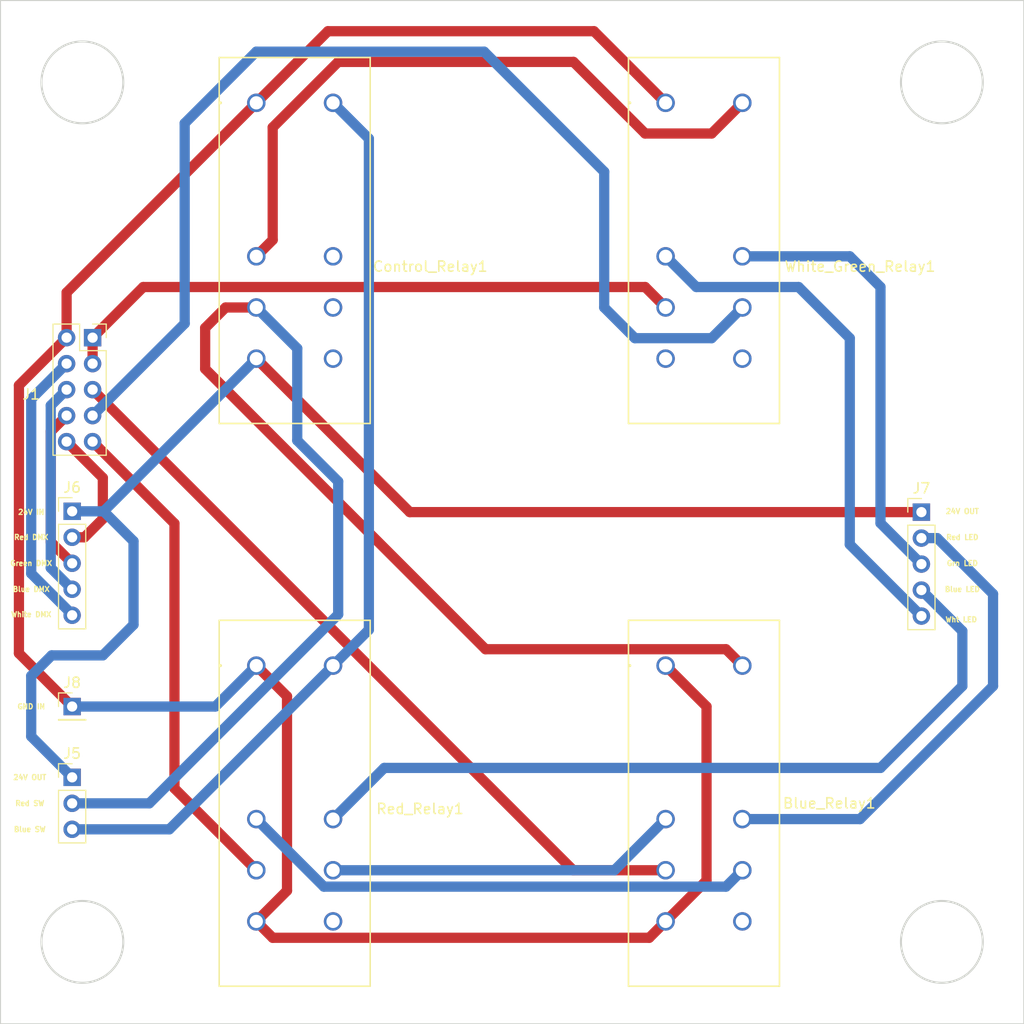
<source format=kicad_pcb>
(kicad_pcb (version 20211014) (generator pcbnew)
  (layers (0 "F.Cu" signal) (31 "B.Cu" signal) (34 "B.Paste" user) (35 "F.Paste" user) (36 "B.SilkS" user "B.Silkscreen") (37 "F.SilkS" user "F.Silkscreen") (38 "B.Mask" user) (39 "F.Mask" user) (44 "Edge.Cuts" user))
  (net 0 "")
  (net 1 "GND")
  (net 2 "RedLED")
  (net 3 "RedDMX")
  (net 4 "RedSwitch")
  (net 5 "WhiteLED")
  (net 6 "WhiteDMX")
  (net 7 "BlueLED")
  (net 8 "BlueDMX")
  (net 9 "BlueSwitch")
  (net 10 "+24V")
  (net 11 "GreenDMX")
  (net 12 "GreenLED")
  (net 13 "Net-(Blue_Relay1-Pad6)")
  (net 15 "BlueSource")
  (net 16 "Net-(Blue_Relay1-Pad13)")
  (net 20 "Net-(Control_Relay1-Pad13)")
  (net 22 "RedSource")
  (net 23 "GreenSource")
  (net 26 "WhiteSource")
  (footprint "footprints:CONN8_P2R-08P_OMR" (layer "F.Cu") (at 125 70)
    (fp_text reference "White_Green_Relay1" (at 19 16 unlocked) (layer "F.SilkS"))
    (fp_text value "G5V-2")
    (fp_line (start -3.6287 31.3362) (end 11.1287 31.3362) (layer "F.SilkS") (width 0.1524))
    (fp_line (start 11.1287 31.3362) (end 11.1287 -4.427) (layer "F.SilkS") (width 0.1524))
    (fp_line (start -3.6287 -4.427) (end -3.6287 31.3362) (layer "F.SilkS") (width 0.1524))
    (fp_line (start 11.1287 -4.427) (end -3.6287 -4.427) (layer "F.SilkS") (width 0.1524))
    (fp_circle (center -3.5033 0) (end -3.4271 0) (layer "F.SilkS") (width 0.1524) (fill none))
    (pad "1" thru_hole circle (at 7.5 0) (size 1.8034 1.8034) (drill 1.2954) (layers *.Cu *.Mask) (net 20 "Net-(Control_Relay1-Pad13)"))
    (pad "4" thru_hole circle (at 7.5 15) (size 1.8034 1.8034) (drill 1.2954) (layers *.Cu *.Mask) (net 12 "GreenLED"))
    (pad "6" thru_hole circle (at 7.5 20) (size 1.8034 1.8034) (drill 1.2954) (layers *.Cu *.Mask) (net 23 "GreenSource"))
    (pad "8" thru_hole circle (at 7.5 25) (size 1.8034 1.8034) (drill 1.2954) (layers *.Cu *.Mask))
    (pad "9" thru_hole circle (at 0 25) (size 1.8034 1.8034) (drill 1.2954) (layers *.Cu *.Mask))
    (pad "11" thru_hole circle (at 0 20) (size 1.8034 1.8034) (drill 1.2954) (layers *.Cu *.Mask) (net 26 "WhiteSource"))
    (pad "13" thru_hole circle (at 0 15) (size 1.8034 1.8034) (drill 1.2954) (layers *.Cu *.Mask) (net 5 "WhiteLED"))
    (pad "16" thru_hole circle (at 0 0) (size 1.8034 1.8034) (drill 1.2954) (layers *.Cu *.Mask) (net 1 "GND"))
  )
  (footprint "footprints:CONN8_P2R-08P_OMR" (layer "F.Cu") (at 85 125)
    (fp_text reference "Red_Relay1" (at 16 14 unlocked) (layer "F.SilkS"))
    (fp_text value "G5V-2")
    (fp_line (start 11.1287 31.3362) (end 11.1287 -4.427) (layer "F.SilkS") (width 0.1524))
    (fp_line (start -3.6287 31.3362) (end 11.1287 31.3362) (layer "F.SilkS") (width 0.1524))
    (fp_line (start 11.1287 -4.427) (end -3.6287 -4.427) (layer "F.SilkS") (width 0.1524))
    (fp_line (start -3.6287 -4.427) (end -3.6287 31.3362) (layer "F.SilkS") (width 0.1524))
    (fp_circle (center -3.5033 0) (end -3.4271 0) (layer "F.SilkS") (width 0.1524) (fill none))
    (pad "1" thru_hole circle (at 7.5 0) (size 1.8034 1.8034) (drill 1.2954) (layers *.Cu *.Mask) (net 4 "RedSwitch"))
    (pad "4" thru_hole circle (at 7.5 15) (size 1.8034 1.8034) (drill 1.2954) (layers *.Cu *.Mask) (net 7 "BlueLED"))
    (pad "6" thru_hole circle (at 7.5 20) (size 1.8034 1.8034) (drill 1.2954) (layers *.Cu *.Mask) (net 16 "Net-(Blue_Relay1-Pad13)"))
    (pad "8" thru_hole circle (at 7.5 25) (size 1.8034 1.8034) (drill 1.2954) (layers *.Cu *.Mask))
    (pad "9" thru_hole circle (at 0 25) (size 1.8034 1.8034) (drill 1.2954) (layers *.Cu *.Mask) (net 1 "GND"))
    (pad "11" thru_hole circle (at 0 20) (size 1.8034 1.8034) (drill 1.2954) (layers *.Cu *.Mask) (net 22 "RedSource"))
    (pad "13" thru_hole circle (at 0 15) (size 1.8034 1.8034) (drill 1.2954) (layers *.Cu *.Mask) (net 13 "Net-(Blue_Relay1-Pad6)"))
    (pad "16" thru_hole circle (at 0 0) (size 1.8034 1.8034) (drill 1.2954) (layers *.Cu *.Mask) (net 1 "GND"))
  )
  (footprint "footprints:CONN8_P2R-08P_OMR" (layer "F.Cu") (at 125 125)
    (fp_text reference "Blue_Relay1" (at 16 13.4546 unlocked) (layer "F.SilkS"))
    (fp_text value "G5V-2")
    (fp_line (start -3.6287 31.3362) (end 11.1287 31.3362) (layer "F.SilkS") (width 0.1524))
    (fp_line (start -3.6287 -4.427) (end -3.6287 31.3362) (layer "F.SilkS") (width 0.1524))
    (fp_line (start 11.1287 31.3362) (end 11.1287 -4.427) (layer "F.SilkS") (width 0.1524))
    (fp_line (start 11.1287 -4.427) (end -3.6287 -4.427) (layer "F.SilkS") (width 0.1524))
    (fp_circle (center -3.5033 0) (end -3.4271 0) (layer "F.SilkS") (width 0.1524) (fill none))
    (pad "1" thru_hole circle (at 7.5 0) (size 1.8034 1.8034) (drill 1.2954) (layers *.Cu *.Mask) (net 9 "BlueSwitch"))
    (pad "4" thru_hole circle (at 7.5 15) (size 1.8034 1.8034) (drill 1.2954) (layers *.Cu *.Mask) (net 2 "RedLED"))
    (pad "6" thru_hole circle (at 7.5 20) (size 1.8034 1.8034) (drill 1.2954) (layers *.Cu *.Mask) (net 13 "Net-(Blue_Relay1-Pad6)"))
    (pad "8" thru_hole circle (at 7.5 25) (size 1.8034 1.8034) (drill 1.2954) (layers *.Cu *.Mask))
    (pad "9" thru_hole circle (at 0 25) (size 1.8034 1.8034) (drill 1.2954) (layers *.Cu *.Mask) (net 1 "GND"))
    (pad "11" thru_hole circle (at 0 20) (size 1.8034 1.8034) (drill 1.2954) (layers *.Cu *.Mask) (net 15 "BlueSource"))
    (pad "13" thru_hole circle (at 0 15) (size 1.8034 1.8034) (drill 1.2954) (layers *.Cu *.Mask) (net 16 "Net-(Blue_Relay1-Pad13)"))
    (pad "16" thru_hole circle (at 0 0) (size 1.8034 1.8034) (drill 1.2954) (layers *.Cu *.Mask) (net 1 "GND"))
  )
  (footprint "Connector_PinSocket_2.54mm:PinSocket_2x05_P2.54mm_Vertical" (layer "F.Cu") (at 69 92.95)
    (fp_text reference "J1" (at -6 5.54) (layer "F.SilkS"))
    (fp_text value "Jumpers")
    (fp_line (start 0 -1.33) (end 1.33 -1.33) (layer "F.SilkS") (width 0.12))
    (fp_line (start -3.87 -1.33) (end -1.27 -1.33) (layer "F.SilkS") (width 0.12))
    (fp_line (start 1.33 1.27) (end 1.33 11.49) (layer "F.SilkS") (width 0.12))
    (fp_line (start 1.33 -1.33) (end 1.33 0) (layer "F.SilkS") (width 0.12))
    (fp_line (start -1.27 -1.33) (end -1.27 1.27) (layer "F.SilkS") (width 0.12))
    (fp_line (start -3.87 -1.33) (end -3.87 11.49) (layer "F.SilkS") (width 0.12))
    (fp_line (start -3.87 11.49) (end 1.33 11.49) (layer "F.SilkS") (width 0.12))
    (fp_line (start -1.27 1.27) (end 1.33 1.27) (layer "F.SilkS") (width 0.12))
    (pad "1a" thru_hole oval (at -2.54 0) (size 1.7 1.7) (drill 1) (layers *.Cu *.Mask) (net 1 "GND"))
    (pad "1b" thru_hole rect (at 0 0) (size 1.7 1.7) (drill 1) (layers *.Cu *.Mask) (net 26 "WhiteSource"))
    (pad "2a" thru_hole oval (at -2.54 2.54) (size 1.7 1.7) (drill 1) (layers *.Cu *.Mask) (net 6 "WhiteDMX"))
    (pad "2b" thru_hole oval (at 0 2.54) (size 1.7 1.7) (drill 1) (layers *.Cu *.Mask) (net 26 "WhiteSource"))
    (pad "3a" thru_hole oval (at -2.54 5.08) (size 1.7 1.7) (drill 1) (layers *.Cu *.Mask) (net 8 "BlueDMX"))
    (pad "3b" thru_hole oval (at 0 5.08) (size 1.7 1.7) (drill 1) (layers *.Cu *.Mask) (net 15 "BlueSource"))
    (pad "4a" thru_hole oval (at -2.54 7.62) (size 1.7 1.7) (drill 1) (layers *.Cu *.Mask) (net 11 "GreenDMX"))
    (pad "4b" thru_hole oval (at 0 7.62) (size 1.7 1.7) (drill 1) (layers *.Cu *.Mask) (net 23 "GreenSource"))
    (pad "5a" thru_hole oval (at -2.54 10.16) (size 1.7 1.7) (drill 1) (layers *.Cu *.Mask) (net 3 "RedDMX"))
    (pad "5b" thru_hole oval (at 0 10.16) (size 1.7 1.7) (drill 1) (layers *.Cu *.Mask) (net 22 "RedSource"))
  )
  (footprint "Connector_PinHeader_2.54mm:PinHeader_1x05_P2.54mm_Vertical" (layer "F.Cu") (at 150 110)
    (fp_text reference "J7" (at 0 -2.33) (layer "F.SilkS"))
    (fp_text value "LEDOUTPUTS")
    (fp_line (start -1.33 11.49) (end 1.33 11.49) (layer "F.SilkS") (width 0.12))
    (fp_line (start -1.33 1.27) (end -1.33 11.49) (layer "F.SilkS") (width 0.12))
    (fp_line (start -1.33 0) (end -1.33 -1.33) (layer "F.SilkS") (width 0.12))
    (fp_line (start -1.33 -1.33) (end 0 -1.33) (layer "F.SilkS") (width 0.12))
    (fp_line (start -1.33 1.27) (end 1.33 1.27) (layer "F.SilkS") (width 0.12))
    (fp_line (start 1.33 1.27) (end 1.33 11.49) (layer "F.SilkS") (width 0.12))
    (pad "1" thru_hole rect (at 0 0) (size 1.7 1.7) (drill 1) (layers *.Cu *.Mask) (net 10 "+24V"))
    (pad "2" thru_hole oval (at 0 2.54) (size 1.7 1.7) (drill 1) (layers *.Cu *.Mask) (net 2 "RedLED"))
    (pad "3" thru_hole oval (at 0 5.08) (size 1.7 1.7) (drill 1) (layers *.Cu *.Mask) (net 12 "GreenLED"))
    (pad "4" thru_hole oval (at 0 7.62) (size 1.7 1.7) (drill 1) (layers *.Cu *.Mask) (net 7 "BlueLED"))
    (pad "5" thru_hole oval (at 0 10.16) (size 1.7 1.7) (drill 1) (layers *.Cu *.Mask) (net 5 "WhiteLED"))
  )
  (footprint "Connector_PinHeader_2.54mm:PinHeader_1x03_P2.54mm_Vertical" (layer "F.Cu") (at 67 135.92)
    (fp_text reference "J5" (at 0 -2.33) (layer "F.SilkS"))
    (fp_text value "SWITCHCONNECTOR")
    (fp_line (start -1.33 -1.33) (end 0 -1.33) (layer "F.SilkS") (width 0.12))
    (fp_line (start 1.33 1.27) (end 1.33 6.41) (layer "F.SilkS") (width 0.12))
    (fp_line (start -1.33 6.41) (end 1.33 6.41) (layer "F.SilkS") (width 0.12))
    (fp_line (start -1.33 1.27) (end -1.33 6.41) (layer "F.SilkS") (width 0.12))
    (fp_line (start -1.33 1.27) (end 1.33 1.27) (layer "F.SilkS") (width 0.12))
    (fp_line (start -1.33 0) (end -1.33 -1.33) (layer "F.SilkS") (width 0.12))
    (pad "1" thru_hole rect (at 0 0) (size 1.7 1.7) (drill 1) (layers *.Cu *.Mask) (net 10 "+24V"))
    (pad "2" thru_hole oval (at 0 2.54) (size 1.7 1.7) (drill 1) (layers *.Cu *.Mask) (net 9 "BlueSwitch"))
    (pad "3" thru_hole oval (at 0 5.08) (size 1.7 1.7) (drill 1) (layers *.Cu *.Mask) (net 4 "RedSwitch"))
  )
  (footprint "footprints:CONN8_P2R-08P_OMR" (layer "F.Cu") (at 85 70)
    (fp_text reference "Control_Relay1" (at 17 16 unlocked) (layer "F.SilkS"))
    (fp_text value "G5V-2")
    (fp_line (start 11.1287 -4.427) (end -3.6287 -4.427) (layer "F.SilkS") (width 0.1524))
    (fp_line (start 11.1287 31.3362) (end 11.1287 -4.427) (layer "F.SilkS") (width 0.1524))
    (fp_line (start -3.6287 31.3362) (end 11.1287 31.3362) (layer "F.SilkS") (width 0.1524))
    (fp_line (start -3.6287 -4.427) (end -3.6287 31.3362) (layer "F.SilkS") (width 0.1524))
    (fp_circle (center -3.5033 0) (end -3.4271 0) (layer "F.SilkS") (width 0.1524) (fill none))
    (pad "1" thru_hole circle (at 7.5 0) (size 1.8034 1.8034) (drill 1.2954) (layers *.Cu *.Mask) (net 4 "RedSwitch"))
    (pad "4" thru_hole circle (at 7.5 15) (size 1.8034 1.8034) (drill 1.2954) (layers *.Cu *.Mask))
    (pad "6" thru_hole circle (at 7.5 20) (size 1.8034 1.8034) (drill 1.2954) (layers *.Cu *.Mask))
    (pad "8" thru_hole circle (at 7.5 25) (size 1.8034 1.8034) (drill 1.2954) (layers *.Cu *.Mask))
    (pad "9" thru_hole circle (at 0 25) (size 1.8034 1.8034) (drill 1.2954) (layers *.Cu *.Mask) (net 10 "+24V"))
    (pad "11" thru_hole circle (at 0 20) (size 1.8034 1.8034) (drill 1.2954) (layers *.Cu *.Mask) (net 9 "BlueSwitch"))
    (pad "13" thru_hole circle (at 0 15) (size 1.8034 1.8034) (drill 1.2954) (layers *.Cu *.Mask) (net 20 "Net-(Control_Relay1-Pad13)"))
    (pad "16" thru_hole circle (at 0 0) (size 1.8034 1.8034) (drill 1.2954) (layers *.Cu *.Mask) (net 1 "GND"))
  )
  (footprint "Connector_PinHeader_2.54mm:PinHeader_1x01_P2.54mm_Vertical" (layer "F.Cu") (at 67 129)
    (fp_text reference "J8" (at 0 -2.33) (layer "F.SilkS"))
    (fp_text value "Conn_01x01")
    (fp_line (start -1.33 1.27) (end 1.33 1.27) (layer "F.SilkS") (width 0.12))
    (fp_line (start -1.33 -1.33) (end 0 -1.33) (layer "F.SilkS") (width 0.12))
    (fp_line (start -1.33 1.33) (end 1.33 1.33) (layer "F.SilkS") (width 0.12))
    (fp_line (start 1.33 1.27) (end 1.33 1.33) (layer "F.SilkS") (width 0.12))
    (fp_line (start -1.33 1.27) (end -1.33 1.33) (layer "F.SilkS") (width 0.12))
    (fp_line (start -1.33 0) (end -1.33 -1.33) (layer "F.SilkS") (width 0.12))
    (pad "1" thru_hole rect (at 0 0) (size 1.7 1.7) (drill 1) (layers *.Cu *.Mask) (net 1 "GND"))
  )
  (footprint "Connector_PinHeader_2.54mm:PinHeader_1x05_P2.54mm_Vertical" (layer "F.Cu") (at 67 109.92)
    (fp_text reference "J6" (at 0 -2.33) (layer "F.SilkS"))
    (fp_text value "DMXINPUTS")
    (fp_line (start 1.33 1.27) (end 1.33 11.49) (layer "F.SilkS") (width 0.12))
    (fp_line (start -1.33 11.49) (end 1.33 11.49) (layer "F.SilkS") (width 0.12))
    (fp_line (start -1.33 1.27) (end 1.33 1.27) (layer "F.SilkS") (width 0.12))
    (fp_line (start -1.33 0) (end -1.33 -1.33) (layer "F.SilkS") (width 0.12))
    (fp_line (start -1.33 -1.33) (end 0 -1.33) (layer "F.SilkS") (width 0.12))
    (fp_line (start -1.33 1.27) (end -1.33 11.49) (layer "F.SilkS") (width 0.12))
    (pad "1" thru_hole rect (at 0 0) (size 1.7 1.7) (drill 1) (layers *.Cu *.Mask) (net 10 "+24V"))
    (pad "2" thru_hole oval (at 0 2.54) (size 1.7 1.7) (drill 1) (layers *.Cu *.Mask) (net 3 "RedDMX"))
    (pad "3" thru_hole oval (at 0 5.08) (size 1.7 1.7) (drill 1) (layers *.Cu *.Mask) (net 11 "GreenDMX"))
    (pad "4" thru_hole oval (at 0 7.62) (size 1.7 1.7) (drill 1) (layers *.Cu *.Mask) (net 8 "BlueDMX"))
    (pad "5" thru_hole oval (at 0 10.16) (size 1.7 1.7) (drill 1) (layers *.Cu *.Mask) (net 6 "WhiteDMX"))
  )
  (gr_rect (start 60 60) (end 160 160) (layer "Edge.Cuts") (width 0.1) (fill none))
  (gr_circle (center 68 152) (end 72 152) (layer "Edge.Cuts") (width 0.2) (fill none))
  (gr_circle (center 68 68) (end 72 68) (layer "Edge.Cuts") (width 0.2) (fill none))
  (gr_circle (center 152 152) (end 156 152) (layer "Edge.Cuts") (width 0.2) (fill none))
  (gr_circle (center 152 68) (end 156 68) (layer "Edge.Cuts") (width 0.2) (fill none))
  (gr_text "Green DMX\n" (at 63 115) (layer "F.SilkS") (effects (font (size 0.5 0.5) (thickness 0.125))))
  (gr_text "Blue SW" (at 62.865 141) (layer "F.SilkS") (effects (font (size 0.5 0.5) (thickness 0.125))))
  (gr_text "Red DMX" (at 63 112.455) (layer "F.SilkS") (effects (font (size 0.5 0.5) (thickness 0.125))))
  (gr_text "White DMX\n" (at 63 120) (layer "F.SilkS") (effects (font (size 0.5 0.5) (thickness 0.125))))
  (gr_text "Blue LED" (at 154 117.54) (layer "F.SilkS") (effects (font (size 0.5 0.5) (thickness 0.125))))
  (gr_text "24V OUT" (at 62.865 135.92) (layer "F.SilkS") (effects (font (size 0.5 0.5) (thickness 0.125))))
  (gr_text "Grn LED" (at 154 115) (layer "F.SilkS") (effects (font (size 0.5 0.5) (thickness 0.125))))
  (gr_text "Red SW\n" (at 62.865 138.46) (layer "F.SilkS") (effects (font (size 0.5 0.5) (thickness 0.125))))
  (gr_text "Wht LED\n" (at 153.892946 120.503767) (layer "F.SilkS") (effects (font (size 0.5 0.5) (thickness 0.125))))
  (gr_text "Blue DMX\n" (at 63 117.535) (layer "F.SilkS") (effects (font (size 0.5 0.5) (thickness 0.125))))
  (gr_text "24V OUT" (at 154 109.92) (layer "F.SilkS") (effects (font (size 0.5 0.5) (thickness 0.125))))
  (gr_text "Red LED\n" (at 154 112.46) (layer "F.SilkS") (effects (font (size 0.5 0.5) (thickness 0.125))))
  (gr_text "24V IN\n" (at 63 110) (layer "F.SilkS") (effects (font (size 0.5 0.5) (thickness 0.125))))
  (gr_text "GND IN" (at 63 129) (layer "F.SilkS") (effects (font (size 0.5 0.5) (thickness 0.125))))
  (segment (start 61.80048 123.80048) (end 61.80048 97.60952) (width 1) (layer "F.Cu") (net 1))
  (segment (start 88 128) (end 88 147) (width 1) (layer "F.Cu") (net 1))
  (segment (start 85 70) (end 66.46 88.54) (width 1) (layer "F.Cu") (net 1))
  (segment (start 129 129) (end 125 125) (width 1) (layer "F.Cu") (net 1))
  (segment (start 61.80048 97.60952) (end 66.46 92.95) (width 1) (layer "F.Cu") (net 1))
  (segment (start 66.46 88.54) (end 66.46 92.95) (width 1) (layer "F.Cu") (net 1))
  (segment (start 85 150) (end 86.601211 151.601211) (width 1) (layer "F.Cu") (net 1))
  (segment (start 86.601211 151.601211) (end 123.398789 151.601211) (width 1) (layer "F.Cu") (net 1))
  (segment (start 125 150) (end 129 146) (width 1) (layer "F.Cu") (net 1))
  (segment (start 118 63) (end 125 70) (width 1) (layer "F.Cu") (net 1))
  (segment (start 129 146) (end 129 129) (width 1) (layer "F.Cu") (net 1))
  (segment (start 67 129) (end 61.80048 123.80048) (width 1) (layer "F.Cu") (net 1))
  (segment (start 88 147) (end 85 150) (width 1) (layer "F.Cu") (net 1))
  (segment (start 123.398789 151.601211) (end 125 150) (width 1) (layer "F.Cu") (net 1))
  (segment (start 85 125) (end 88 128) (width 1) (layer "F.Cu") (net 1))
  (segment (start 85 70) (end 92 63) (width 1) (layer "F.Cu") (net 1))
  (segment (start 92 63) (end 118 63) (width 1) (layer "F.Cu") (net 1))
  (segment (start 81 129) (end 85 125) (width 1) (layer "B.Cu") (net 1))
  (segment (start 67 129) (end 81 129) (width 1) (layer "B.Cu") (net 1))
  (segment (start 132.5 140) (end 144 140) (width 1) (layer "B.Cu") (net 2))
  (segment (start 151.54 112.54) (end 150 112.54) (width 1) (layer "B.Cu") (net 2))
  (segment (start 157 127) (end 157 118) (width 1) (layer "B.Cu") (net 2))
  (segment (start 144 140) (end 157 127) (width 1) (layer "B.Cu") (net 2))
  (segment (start 157 118) (end 151.54 112.54) (width 1) (layer "B.Cu") (net 2))
  (segment (start 68.202081 112.46) (end 67 112.46) (width 1) (layer "F.Cu") (net 3))
  (segment (start 66.46 103.11) (end 70 106.65) (width 1) (layer "F.Cu") (net 3))
  (segment (start 70 106.65) (end 70 110.662081) (width 1) (layer "F.Cu") (net 3))
  (segment (start 70 110.662081) (end 68.202081 112.46) (width 1) (layer "F.Cu") (net 3))
  (segment (start 76.5 141) (end 92.5 125) (width 1) (layer "B.Cu") (net 4))
  (segment (start 96 121.5) (end 92.5 125) (width 1) (layer "B.Cu") (net 4))
  (segment (start 96 73.5) (end 96 121.5) (width 1) (layer "B.Cu") (net 4))
  (segment (start 92.5 70) (end 96 73.5) (width 1) (layer "B.Cu") (net 4))
  (segment (start 67 141) (end 76.5 141) (width 1) (layer "B.Cu") (net 4))
  (segment (start 128 88) (end 125 85) (width 1) (layer "B.Cu") (net 5))
  (segment (start 143 93) (end 138 88) (width 1) (layer "B.Cu") (net 5))
  (segment (start 138 88) (end 128 88) (width 1) (layer "B.Cu") (net 5))
  (segment (start 150 120.16) (end 143 113.16) (width 1) (layer "B.Cu") (net 5))
  (segment (start 143 113.16) (end 143 93) (width 1) (layer "B.Cu") (net 5))
  (segment (start 63 116) (end 63 98.95) (width 1) (layer "B.Cu") (net 6))
  (segment (start 67 120) (end 63 116) (width 1) (layer "B.Cu") (net 6))
  (segment (start 67 120.08) (end 67 120) (width 1) (layer "B.Cu") (net 6))
  (segment (start 63 98.95) (end 66.46 95.49) (width 1) (layer "B.Cu") (net 6))
  (segment (start 146 135) (end 154 127) (width 1) (layer "B.Cu") (net 7))
  (segment (start 154 127) (end 154 121.62) (width 1) (layer "B.Cu") (net 7))
  (segment (start 97.5 135) (end 146 135) (width 1) (layer "B.Cu") (net 7))
  (segment (start 92.5 140) (end 97.5 135) (width 1) (layer "B.Cu") (net 7))
  (segment (start 154 121.62) (end 150 117.62) (width 1) (layer "B.Cu") (net 7))
  (segment (start 64.910489 115.450489) (end 64.910489 99.579511) (width 1) (layer "B.Cu") (net 8))
  (segment (start 64.910489 99.579511) (end 66.46 98.03) (width 1) (layer "B.Cu") (net 8))
  (segment (start 67 117.54) (end 64.910489 115.450489) (width 1) (layer "B.Cu") (net 8))
  (segment (start 107.398789 123.398789) (end 80 96) (width 1) (layer "F.Cu") (net 9))
  (segment (start 82 90) (end 85 90) (width 1) (layer "F.Cu") (net 9))
  (segment (start 130.898789 123.398789) (end 107.398789 123.398789) (width 1) (layer "F.Cu") (net 9))
  (segment (start 80 92) (end 82 90) (width 1) (layer "F.Cu") (net 9))
  (segment (start 132.5 125) (end 130.898789 123.398789) (width 1) (layer "F.Cu") (net 9))
  (segment (start 80 96) (end 80 92) (width 1) (layer "F.Cu") (net 9))
  (segment (start 93 120) (end 74.54 138.46) (width 1) (layer "B.Cu") (net 9))
  (segment (start 89 94) (end 89 103) (width 1) (layer "B.Cu") (net 9))
  (segment (start 85 90) (end 89 94) (width 1) (layer "B.Cu") (net 9))
  (segment (start 74.54 138.46) (end 67 138.46) (width 1) (layer "B.Cu") (net 9))
  (segment (start 89 103) (end 93 107) (width 1) (layer "B.Cu") (net 9))
  (segment (start 93 107) (end 93 120) (width 1) (layer "B.Cu") (net 9))
  (segment (start 100 110) (end 150 110) (width 1) (layer "F.Cu") (net 10))
  (segment (start 85 95) (end 100 110) (width 1) (layer "F.Cu") (net 10))
  (segment (start 65 124) (end 70 124) (width 1) (layer "B.Cu") (net 10))
  (segment (start 70 124) (end 73 121) (width 1) (layer "B.Cu") (net 10))
  (segment (start 63 131.92) (end 63 126) (width 1) (layer "B.Cu") (net 10))
  (segment (start 70.08 109.92) (end 67 109.92) (width 1) (layer "B.Cu") (net 10))
  (segment (start 73 112.84) (end 70.08 109.92) (width 1) (layer "B.Cu") (net 10))
  (segment (start 63 126) (end 65 124) (width 1) (layer "B.Cu") (net 10))
  (segment (start 70.08 109.92) (end 85 95) (width 1) (layer "B.Cu") (net 10))
  (segment (start 73 121) (end 73 112.84) (width 1) (layer "B.Cu") (net 10))
  (segment (start 67 135.92) (end 63 131.92) (width 1) (layer "B.Cu") (net 10))
  (segment (start 64.910489 112.910489) (end 64.910489 102.119511) (width 1) (layer "F.Cu") (net 11))
  (segment (start 67 115) (end 64.910489 112.910489) (width 1) (layer "F.Cu") (net 11))
  (segment (start 64.910489 102.119511) (end 66.46 100.57) (width 1) (layer "F.Cu") (net 11))
  (segment (start 132.5 85) (end 143 85) (width 1) (layer "B.Cu") (net 12))
  (segment (start 146 88) (end 146 111.08) (width 1) (layer "B.Cu") (net 12))
  (segment (start 146 111.08) (end 150 115.08) (width 1) (layer "B.Cu") (net 12))
  (segment (start 143 85) (end 146 88) (width 1) (layer "B.Cu") (net 12))
  (segment (start 132.5 145) (end 130.898789 146.601211) (width 1) (layer "B.Cu") (net 13))
  (segment (start 130.898789 146.601211) (end 91.601211 146.601211) (width 1) (layer "B.Cu") (net 13))
  (segment (start 91.601211 146.601211) (end 85 140) (width 1) (layer "B.Cu") (net 13))
  (segment (start 125 145) (end 115.97 145) (width 1) (layer "F.Cu") (net 15))
  (segment (start 115.97 145) (end 69 98.03) (width 1) (layer "F.Cu") (net 15))
  (segment (start 120 145) (end 125 140) (width 1) (layer "B.Cu") (net 16))
  (segment (start 92.5 145) (end 120 145) (width 1) (layer "B.Cu") (net 16))
  (segment (start 129.5 73) (end 132.5 70) (width 1) (layer "F.Cu") (net 20))
  (segment (start 86.601211 72.398789) (end 93 66) (width 1) (layer "F.Cu") (net 20))
  (segment (start 116 66) (end 123 73) (width 1) (layer "F.Cu") (net 20))
  (segment (start 86.601211 83.398789) (end 86.601211 72.398789) (width 1) (layer "F.Cu") (net 20))
  (segment (start 85 85) (end 86.601211 83.398789) (width 1) (layer "F.Cu") (net 20))
  (segment (start 93 66) (end 116 66) (width 1) (layer "F.Cu") (net 20))
  (segment (start 123 73) (end 129.5 73) (width 1) (layer "F.Cu") (net 20))
  (segment (start 85 145) (end 77 137) (width 1) (layer "F.Cu") (net 22))
  (segment (start 77 137) (end 77 111.11) (width 1) (layer "F.Cu") (net 22))
  (segment (start 77 111.11) (end 69 103.11) (width 1) (layer "F.Cu") (net 22))
  (segment (start 78 91.57) (end 78 72) (width 1) (layer "B.Cu") (net 23))
  (segment (start 119 90) (end 122 93) (width 1) (layer "B.Cu") (net 23))
  (segment (start 69 100.57) (end 78 91.57) (width 1) (layer "B.Cu") (net 23))
  (segment (start 119 76.735545) (end 119 90) (width 1) (layer "B.Cu") (net 23))
  (segment (start 129.5 93) (end 132.5 90) (width 1) (layer "B.Cu") (net 23))
  (segment (start 78 72) (end 85 65) (width 1) (layer "B.Cu") (net 23))
  (segment (start 107.264455 65) (end 119 76.735545) (width 1) (layer "B.Cu") (net 23))
  (segment (start 85 65) (end 107.264455 65) (width 1) (layer "B.Cu") (net 23))
  (segment (start 122 93) (end 129.5 93) (width 1) (layer "B.Cu") (net 23))
  (segment (start 69 92.95) (end 69 95.49) (width 1) (layer "F.Cu") (net 26))
  (segment (start 69 92.95) (end 73.95 88) (width 1) (layer "F.Cu") (net 26))
  (segment (start 123 88) (end 125 90) (width 1) (layer "F.Cu") (net 26))
  (segment (start 73.95 88) (end 123 88) (width 1) (layer "F.Cu") (net 26))
)
</source>
